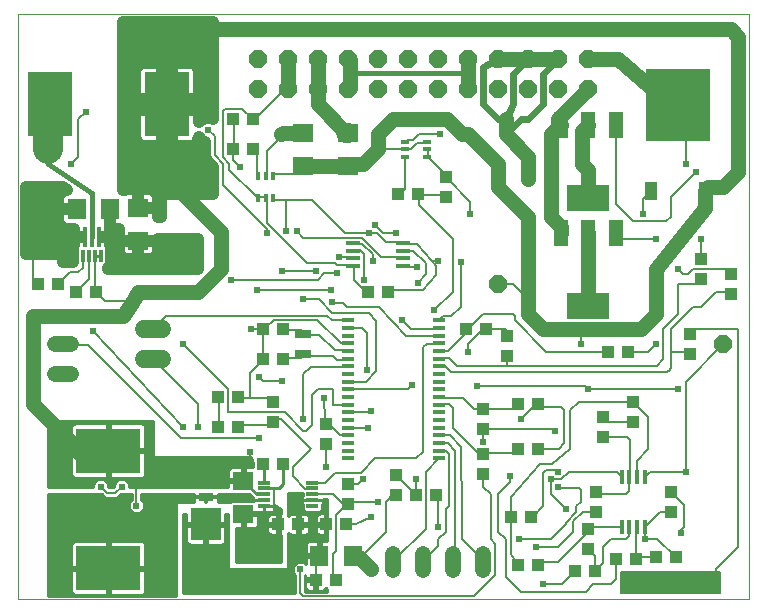
<source format=gtl>
G75*
%MOIN*%
%OFA0B0*%
%FSLAX24Y24*%
%IPPOS*%
%LPD*%
%AMOC8*
5,1,8,0,0,1.08239X$1,22.5*
%
%ADD10C,0.0000*%
%ADD11R,0.0433X0.0394*%
%ADD12R,0.0394X0.0433*%
%ADD13R,0.0472X0.0118*%
%ADD14R,0.0710X0.0630*%
%ADD15R,0.2126X0.2441*%
%ADD16R,0.0394X0.0630*%
%ADD17C,0.0540*%
%ADD18C,0.0600*%
%ADD19R,0.0551X0.0276*%
%ADD20R,0.0709X0.0630*%
%ADD21R,0.0630X0.0709*%
%ADD22R,0.0394X0.0118*%
%ADD23R,0.0130X0.0700*%
%ADD24R,0.0130X0.0400*%
%ADD25R,0.0138X0.0315*%
%ADD26R,0.0315X0.0138*%
%ADD27R,0.1516X0.2165*%
%ADD28R,0.2165X0.1516*%
%ADD29R,0.1000X0.1050*%
%ADD30R,0.0500X0.0250*%
%ADD31OC8,0.0600*%
%ADD32R,0.0480X0.0880*%
%ADD33R,0.1417X0.0866*%
%ADD34R,0.0394X0.0138*%
%ADD35R,0.0118X0.0472*%
%ADD36R,0.0630X0.0710*%
%ADD37C,0.0400*%
%ADD38C,0.0356*%
%ADD39C,0.0100*%
%ADD40C,0.0500*%
%ADD41C,0.0060*%
%ADD42C,0.0160*%
%ADD43C,0.0240*%
%ADD44C,0.0240*%
%ADD45C,0.0660*%
%ADD46C,0.1000*%
%ADD47R,0.0356X0.0356*%
D10*
X000630Y000630D02*
X000630Y020126D01*
X025000Y020126D01*
X025000Y000630D01*
X000630Y000630D01*
D11*
X007295Y006380D03*
X007965Y006380D03*
X008795Y008630D03*
X009465Y008630D03*
X009465Y009630D03*
X008795Y009630D03*
X012295Y010880D03*
X012965Y010880D03*
X016930Y009415D03*
X016930Y008745D03*
X017295Y007130D03*
X017965Y007130D03*
X016130Y006965D03*
X016130Y006295D03*
X016130Y005465D03*
X016130Y004795D03*
X017295Y005630D03*
X017965Y005630D03*
X019880Y004215D03*
X019880Y003545D03*
X019630Y002965D03*
X019630Y002295D03*
X021130Y006545D03*
X021130Y007215D03*
X023030Y008795D03*
X023030Y009465D03*
X024380Y010795D03*
X024380Y011465D03*
X023380Y011295D03*
X023380Y011965D03*
X013210Y004765D03*
X013210Y004095D03*
X011630Y003795D03*
X011630Y004465D03*
X009965Y003130D03*
X009295Y003130D03*
X008465Y016630D03*
X007795Y016630D03*
D12*
X007795Y015630D03*
X008465Y015630D03*
X013295Y014130D03*
X013965Y014130D03*
X014880Y014045D03*
X014880Y014715D03*
X015545Y009630D03*
X016215Y009630D03*
X020295Y008880D03*
X020965Y008880D03*
X020130Y006715D03*
X020130Y006045D03*
X022380Y004215D03*
X022380Y003545D03*
X022565Y002030D03*
X021895Y002030D03*
X021215Y001980D03*
X020545Y001980D03*
X019865Y001580D03*
X019195Y001580D03*
X017965Y001780D03*
X017295Y001780D03*
X017045Y003380D03*
X017715Y003380D03*
X014565Y004120D03*
X013895Y004120D03*
X011565Y003130D03*
X010895Y003130D03*
X011215Y001280D03*
X010545Y001280D03*
X009465Y005130D03*
X008795Y005130D03*
X009130Y006545D03*
X009130Y007215D03*
X007965Y007380D03*
X007295Y007380D03*
X010880Y006465D03*
X010880Y005795D03*
X003215Y010880D03*
X002545Y010880D03*
X001965Y011130D03*
X001295Y011130D03*
D13*
X011798Y011747D03*
X011798Y012002D03*
X011798Y012258D03*
X011798Y012514D03*
X013461Y012514D03*
X013461Y012258D03*
X013461Y012002D03*
X013461Y011747D03*
D14*
X011630Y015070D03*
X011630Y016190D03*
X010130Y016190D03*
X010130Y015070D03*
D15*
X022630Y017114D03*
D16*
X021732Y014240D03*
X023528Y014240D03*
D17*
X016130Y002150D02*
X016130Y001610D01*
X015130Y001610D02*
X015130Y002150D01*
X014130Y002150D02*
X014130Y001610D01*
X013130Y001610D02*
X013130Y002150D01*
X002400Y008130D02*
X001860Y008130D01*
X001860Y009130D02*
X002400Y009130D01*
D18*
X004830Y008630D02*
X005430Y008630D01*
X005430Y009630D02*
X004830Y009630D01*
D19*
X010130Y009465D03*
X010130Y008795D03*
D20*
X008130Y004581D03*
X008130Y003479D03*
X004630Y012579D03*
X004630Y013681D03*
D21*
X003681Y013630D03*
X002579Y013630D03*
D22*
X008823Y004524D03*
X008823Y004327D03*
X008823Y004130D03*
X008823Y003933D03*
X008823Y003736D03*
X010437Y003736D03*
X010437Y003933D03*
X010437Y004130D03*
X010437Y004327D03*
X010437Y004524D03*
D23*
X003321Y012720D03*
X003085Y012720D03*
X002849Y012720D03*
D24*
X002789Y012080D03*
X002986Y012080D03*
X003183Y012080D03*
X003380Y012080D03*
D25*
X008624Y014006D03*
X008880Y014006D03*
X009136Y014006D03*
X009136Y014754D03*
X008880Y014754D03*
X008624Y014754D03*
D26*
X013506Y015374D03*
X013506Y015630D03*
X013506Y015886D03*
X014254Y015886D03*
X014254Y015630D03*
X014254Y015374D03*
D27*
X005589Y017130D03*
X001671Y017130D03*
D28*
X003630Y005589D03*
X003630Y001671D03*
D29*
X006880Y003126D03*
D30*
X006880Y004055D03*
D31*
X016630Y011130D03*
X024130Y009130D03*
X019630Y017630D03*
X019630Y018630D03*
X018630Y018630D03*
X018630Y017630D03*
X017630Y017630D03*
X017630Y018630D03*
X016630Y018630D03*
X016630Y017630D03*
X015630Y017630D03*
X015630Y018630D03*
X014630Y018630D03*
X014630Y017630D03*
X013630Y017630D03*
X012630Y017630D03*
X012630Y018630D03*
X013630Y018630D03*
X011630Y018630D03*
X011630Y017630D03*
X010630Y017630D03*
X010630Y018630D03*
X009630Y018630D03*
X009630Y017630D03*
X008630Y017630D03*
X008630Y018630D03*
D32*
X018720Y016450D03*
X019630Y016450D03*
X020540Y016450D03*
X020540Y012850D03*
X019630Y012850D03*
X018720Y012850D03*
D33*
X019630Y014010D03*
X019630Y010410D03*
D34*
X014646Y009933D03*
X014646Y009677D03*
X014646Y009421D03*
X014646Y009165D03*
X014646Y008910D03*
X014646Y008654D03*
X014646Y008398D03*
X014646Y008142D03*
X014646Y007886D03*
X014646Y007630D03*
X014646Y007374D03*
X014646Y007118D03*
X014646Y006862D03*
X014646Y006606D03*
X014646Y006350D03*
X014646Y006095D03*
X014646Y005839D03*
X014646Y005583D03*
X014646Y005327D03*
X011614Y005327D03*
X011614Y005583D03*
X011614Y005839D03*
X011614Y006095D03*
X011614Y006350D03*
X011614Y006606D03*
X011614Y006862D03*
X011614Y007118D03*
X011614Y007374D03*
X011614Y007630D03*
X011614Y007886D03*
X011614Y008142D03*
X011614Y008398D03*
X011614Y008654D03*
X011614Y008910D03*
X011614Y009165D03*
X011614Y009421D03*
X011614Y009677D03*
X011614Y009933D03*
D35*
X020746Y004711D03*
X021002Y004711D03*
X021258Y004711D03*
X021513Y004711D03*
X021513Y003048D03*
X021258Y003048D03*
X021002Y003048D03*
X020746Y003048D03*
D36*
X011790Y002080D03*
X010670Y002080D03*
D37*
X006629Y011630D02*
X003630Y011630D01*
X003624Y011662D01*
X003683Y011721D01*
X003726Y011824D01*
X003726Y012336D01*
X003686Y012432D01*
X003686Y012720D01*
X003686Y012976D01*
X003986Y012976D01*
X003976Y012923D01*
X003976Y012579D01*
X004630Y012579D01*
X004630Y012579D01*
X005284Y012579D01*
X005284Y012630D01*
X006630Y012630D01*
X006630Y011631D01*
X006629Y011630D01*
X006630Y011743D02*
X003692Y011743D01*
X003726Y012142D02*
X004002Y012142D01*
X004010Y012122D02*
X004043Y012073D01*
X004084Y012031D01*
X004134Y011998D01*
X004188Y011975D01*
X004246Y011964D01*
X004630Y011964D01*
X005014Y011964D01*
X005072Y011975D01*
X005126Y011998D01*
X005176Y012031D01*
X005217Y012073D01*
X005250Y012122D01*
X005273Y012176D01*
X005284Y012234D01*
X005284Y012579D01*
X004630Y012579D01*
X004630Y012579D01*
X003976Y012579D01*
X003976Y012234D01*
X003987Y012176D01*
X004010Y012122D01*
X003976Y012540D02*
X003686Y012540D01*
X003630Y012630D02*
X003681Y012681D01*
X003681Y013630D01*
X004130Y014260D02*
X004130Y019866D01*
X007130Y019866D01*
X007130Y016643D01*
X007042Y016680D01*
X006882Y016680D01*
X006735Y016619D01*
X006647Y016531D01*
X006647Y016951D01*
X005768Y016951D01*
X005768Y017309D01*
X006647Y017309D01*
X006647Y018242D01*
X006635Y018300D01*
X006612Y018355D01*
X006580Y018404D01*
X006538Y018446D01*
X006489Y018479D01*
X006434Y018501D01*
X006376Y018513D01*
X005768Y018513D01*
X005768Y017309D01*
X005410Y017309D01*
X005410Y018513D01*
X004801Y018513D01*
X004743Y018501D01*
X004689Y018479D01*
X004640Y018446D01*
X004598Y018404D01*
X004565Y018355D01*
X004542Y018300D01*
X004531Y018242D01*
X004531Y017309D01*
X005410Y017309D01*
X005410Y016951D01*
X005768Y016951D01*
X005768Y015747D01*
X006376Y015747D01*
X006434Y015759D01*
X006489Y015781D01*
X006538Y015814D01*
X006580Y015856D01*
X006612Y015905D01*
X006635Y015960D01*
X006647Y016018D01*
X006647Y016028D01*
X006735Y015940D01*
X006862Y015887D01*
X006862Y015373D01*
X006910Y015259D01*
X006997Y015172D01*
X007130Y015039D01*
X007130Y014130D01*
X005380Y014130D01*
X005380Y013380D01*
X005284Y013380D01*
X005284Y013681D01*
X004630Y013681D01*
X004630Y013681D01*
X005284Y013681D01*
X005284Y014026D01*
X005273Y014084D01*
X005250Y014138D01*
X005217Y014187D01*
X005176Y014229D01*
X005126Y014262D01*
X005072Y014285D01*
X005014Y014296D01*
X004630Y014296D01*
X004246Y014296D01*
X004188Y014285D01*
X004134Y014262D01*
X004130Y014260D01*
X004130Y014533D02*
X007130Y014533D01*
X007130Y014931D02*
X004130Y014931D01*
X004130Y015330D02*
X006880Y015330D01*
X006862Y015728D02*
X004130Y015728D01*
X004565Y015905D02*
X004598Y015856D01*
X004640Y015814D01*
X004689Y015781D01*
X004743Y015759D01*
X004801Y015747D01*
X005410Y015747D01*
X005410Y016951D01*
X004531Y016951D01*
X004531Y016018D01*
X004542Y015960D01*
X004565Y015905D01*
X004531Y016127D02*
X004130Y016127D01*
X004130Y016525D02*
X004531Y016525D01*
X004531Y016924D02*
X004130Y016924D01*
X004130Y017322D02*
X004531Y017322D01*
X004531Y017721D02*
X004130Y017721D01*
X004130Y018119D02*
X004531Y018119D01*
X004130Y018518D02*
X007130Y018518D01*
X007130Y018916D02*
X004130Y018916D01*
X004130Y019315D02*
X007130Y019315D01*
X007130Y019713D02*
X004130Y019713D01*
X005410Y018119D02*
X005768Y018119D01*
X005768Y017721D02*
X005410Y017721D01*
X005410Y017322D02*
X005768Y017322D01*
X005768Y016924D02*
X005410Y016924D01*
X005410Y016525D02*
X005768Y016525D01*
X005768Y016127D02*
X005410Y016127D01*
X006647Y016924D02*
X007130Y016924D01*
X007130Y017322D02*
X006647Y017322D01*
X006647Y017721D02*
X007130Y017721D01*
X007130Y018119D02*
X006647Y018119D01*
X004630Y014296D02*
X004630Y013681D01*
X004630Y014296D01*
X004630Y014134D02*
X004630Y014134D01*
X004630Y013736D02*
X004630Y013736D01*
X004630Y013681D02*
X004630Y013681D01*
X005284Y013736D02*
X005380Y013736D01*
X005252Y014134D02*
X007130Y014134D01*
X006630Y012540D02*
X005284Y012540D01*
X005258Y012142D02*
X006630Y012142D01*
X004630Y012142D02*
X004630Y012142D01*
X004630Y011964D02*
X004630Y012579D01*
X004630Y012579D01*
X004630Y011964D01*
X004630Y012540D02*
X004630Y012540D01*
X003979Y012939D02*
X003686Y012939D01*
X003686Y012720D02*
X003446Y012720D01*
X003446Y012720D01*
X003686Y012720D01*
X002724Y012720D02*
X002484Y012720D01*
X002724Y012720D01*
X002724Y012720D01*
X002484Y012720D02*
X002484Y012434D01*
X002443Y012336D01*
X002443Y011880D01*
X002130Y011880D01*
X002130Y012130D01*
X000890Y012130D01*
X000890Y014380D01*
X002115Y014380D01*
X002261Y014284D01*
X002234Y014284D01*
X002176Y014273D01*
X002122Y014250D01*
X002073Y014217D01*
X002031Y014176D01*
X001998Y014126D01*
X001975Y014072D01*
X001964Y014014D01*
X001964Y013630D01*
X001964Y013246D01*
X001975Y013188D01*
X001998Y013134D01*
X002031Y013084D01*
X002073Y013043D01*
X002122Y013010D01*
X002176Y012987D01*
X002234Y012976D01*
X002484Y012976D01*
X002484Y012720D01*
X002484Y012540D02*
X000890Y012540D01*
X000890Y012142D02*
X002443Y012142D01*
X002484Y012939D02*
X000890Y012939D01*
X000890Y013337D02*
X001964Y013337D01*
X001964Y013630D02*
X002579Y013630D01*
X002579Y013630D01*
X001964Y013630D01*
X001964Y013736D02*
X000890Y013736D01*
X000890Y014134D02*
X002003Y014134D01*
D38*
X001130Y014130D03*
X001130Y013630D03*
X001130Y013130D03*
X001130Y012630D03*
X005380Y012380D03*
X005880Y012380D03*
X006380Y012380D03*
X006380Y011880D03*
X005880Y011880D03*
X005380Y011880D03*
X009380Y016130D03*
X017630Y014630D03*
X008810Y003130D03*
X008630Y002630D03*
X008630Y002130D03*
X008130Y002130D03*
X008130Y002630D03*
X009130Y002130D03*
X012380Y001630D03*
D39*
X010930Y000966D02*
X010930Y000891D01*
X010197Y000891D01*
X010191Y000897D01*
X010191Y001436D01*
X010199Y001444D01*
X010199Y001328D01*
X010497Y001328D01*
X010497Y001232D01*
X010199Y001232D01*
X010199Y001044D01*
X010209Y001006D01*
X010228Y000971D01*
X010256Y000943D01*
X010291Y000924D01*
X010329Y000913D01*
X010497Y000913D01*
X010497Y001232D01*
X010594Y001232D01*
X010594Y000913D01*
X010762Y000913D01*
X010800Y000924D01*
X010834Y000943D01*
X010862Y000971D01*
X010882Y001006D01*
X010887Y001025D01*
X010887Y001009D01*
X010930Y000966D01*
X010930Y000943D02*
X010833Y000943D01*
X010594Y000943D02*
X010497Y000943D01*
X010497Y001041D02*
X010594Y001041D01*
X010594Y001140D02*
X010497Y001140D01*
X010497Y001238D02*
X010191Y001238D01*
X010191Y001140D02*
X010199Y001140D01*
X010191Y001041D02*
X010199Y001041D01*
X010191Y000943D02*
X010258Y000943D01*
X009869Y000943D02*
X006130Y000943D01*
X006130Y001041D02*
X009869Y001041D01*
X009869Y001140D02*
X006130Y001140D01*
X006130Y001238D02*
X009869Y001238D01*
X009869Y001337D02*
X006130Y001337D01*
X006130Y001435D02*
X009869Y001435D01*
X009869Y001436D02*
X009869Y000830D01*
X006130Y000830D01*
X006130Y003480D01*
X006230Y003480D01*
X006230Y003176D01*
X006830Y003176D01*
X006830Y003076D01*
X006930Y003076D01*
X006930Y002451D01*
X007400Y002451D01*
X007438Y002461D01*
X007472Y002481D01*
X007500Y002509D01*
X007520Y002543D01*
X007530Y002581D01*
X007530Y003076D01*
X006930Y003076D01*
X006930Y003176D01*
X007530Y003176D01*
X007530Y003480D01*
X007630Y003480D01*
X007630Y001630D01*
X009630Y001630D01*
X009630Y002839D01*
X009656Y002813D01*
X009690Y002793D01*
X009728Y002783D01*
X009916Y002783D01*
X009916Y003082D01*
X010013Y003082D01*
X010013Y003178D01*
X010331Y003178D01*
X010331Y003347D01*
X010321Y003385D01*
X010301Y003419D01*
X010273Y003447D01*
X010239Y003467D01*
X010201Y003477D01*
X010013Y003477D01*
X010013Y003178D01*
X009916Y003178D01*
X009916Y003477D01*
X009728Y003477D01*
X009690Y003467D01*
X009656Y003447D01*
X009630Y003421D01*
X009630Y004180D01*
X010110Y004180D01*
X010110Y004066D01*
X010100Y004050D01*
X010090Y004012D01*
X010090Y003933D01*
X010090Y003854D01*
X010100Y003816D01*
X010110Y003800D01*
X010110Y003623D01*
X010186Y003547D01*
X010688Y003547D01*
X010765Y003623D01*
X010765Y003800D01*
X010774Y003816D01*
X010784Y003854D01*
X010784Y003933D01*
X010437Y003933D01*
X010090Y003933D01*
X010437Y003933D01*
X010437Y003933D01*
X010437Y003933D01*
X010784Y003933D01*
X010784Y003969D01*
X010930Y003969D01*
X010930Y003178D01*
X010847Y003178D01*
X010847Y003082D01*
X010549Y003082D01*
X010549Y002894D01*
X010559Y002856D01*
X010578Y002821D01*
X010606Y002793D01*
X010641Y002774D01*
X010679Y002763D01*
X010847Y002763D01*
X010847Y003082D01*
X010930Y003082D01*
X010930Y002585D01*
X010720Y002585D01*
X010720Y002130D01*
X010620Y002130D01*
X010620Y002030D01*
X010205Y002030D01*
X010205Y001809D01*
X010172Y001843D01*
X010080Y001881D01*
X009980Y001881D01*
X009888Y001843D01*
X009817Y001772D01*
X009779Y001680D01*
X009779Y001580D01*
X009817Y001488D01*
X009869Y001436D01*
X009799Y001534D02*
X006130Y001534D01*
X006130Y001632D02*
X007630Y001632D01*
X007630Y001731D02*
X006130Y001731D01*
X006130Y001829D02*
X007630Y001829D01*
X007630Y001928D02*
X006130Y001928D01*
X006130Y002026D02*
X007630Y002026D01*
X007630Y002125D02*
X006130Y002125D01*
X006130Y002223D02*
X007630Y002223D01*
X007630Y002322D02*
X006130Y002322D01*
X006130Y002420D02*
X007630Y002420D01*
X007630Y002519D02*
X007506Y002519D01*
X007530Y002617D02*
X007630Y002617D01*
X007630Y002716D02*
X007530Y002716D01*
X007530Y002814D02*
X007630Y002814D01*
X007630Y002913D02*
X007530Y002913D01*
X007530Y003011D02*
X007630Y003011D01*
X007630Y003110D02*
X006930Y003110D01*
X006930Y003011D02*
X006830Y003011D01*
X006830Y003076D02*
X006830Y002451D01*
X006360Y002451D01*
X006322Y002461D01*
X006288Y002481D01*
X006260Y002509D01*
X006240Y002543D01*
X006230Y002581D01*
X006230Y003076D01*
X006830Y003076D01*
X006830Y003110D02*
X006130Y003110D01*
X006130Y003208D02*
X006230Y003208D01*
X006230Y003307D02*
X006130Y003307D01*
X006130Y003405D02*
X006230Y003405D01*
X005880Y003405D02*
X001630Y003405D01*
X001630Y003307D02*
X005880Y003307D01*
X005880Y003208D02*
X001630Y003208D01*
X001630Y003110D02*
X005880Y003110D01*
X005880Y003011D02*
X001630Y003011D01*
X001630Y002913D02*
X005880Y002913D01*
X005880Y002814D02*
X001630Y002814D01*
X001630Y002716D02*
X005880Y002716D01*
X005880Y002617D02*
X001630Y002617D01*
X001630Y002519D02*
X002426Y002519D01*
X002427Y002521D02*
X002408Y002487D01*
X002397Y002449D01*
X002397Y001721D01*
X003580Y001721D01*
X003580Y001621D01*
X003680Y001621D01*
X003680Y000763D01*
X004732Y000763D01*
X004771Y000774D01*
X004805Y000793D01*
X004833Y000821D01*
X004852Y000856D01*
X004863Y000894D01*
X004863Y001621D01*
X003680Y001621D01*
X003680Y001721D01*
X004863Y001721D01*
X004863Y002449D01*
X004852Y002487D01*
X004833Y002521D01*
X004805Y002549D01*
X004771Y002569D01*
X004732Y002579D01*
X003680Y002579D01*
X003680Y001721D01*
X003580Y001721D01*
X003580Y002579D01*
X002528Y002579D01*
X002489Y002569D01*
X002455Y002549D01*
X002427Y002521D01*
X002397Y002420D02*
X001630Y002420D01*
X001630Y002322D02*
X002397Y002322D01*
X002397Y002223D02*
X001630Y002223D01*
X001630Y002125D02*
X002397Y002125D01*
X002397Y002026D02*
X001630Y002026D01*
X001630Y001928D02*
X002397Y001928D01*
X002397Y001829D02*
X001630Y001829D01*
X001630Y001731D02*
X002397Y001731D01*
X002397Y001621D02*
X002397Y000894D01*
X002408Y000856D01*
X002427Y000821D01*
X002455Y000793D01*
X002489Y000774D01*
X002528Y000763D01*
X003580Y000763D01*
X003580Y001621D01*
X002397Y001621D01*
X002397Y001534D02*
X001630Y001534D01*
X001630Y001632D02*
X003580Y001632D01*
X003580Y001534D02*
X003680Y001534D01*
X003680Y001632D02*
X005880Y001632D01*
X005880Y001534D02*
X004863Y001534D01*
X004863Y001435D02*
X005880Y001435D01*
X005880Y001337D02*
X004863Y001337D01*
X004863Y001238D02*
X005880Y001238D01*
X005880Y001140D02*
X004863Y001140D01*
X004863Y001041D02*
X005880Y001041D01*
X005880Y000943D02*
X004863Y000943D01*
X004846Y000844D02*
X005880Y000844D01*
X005880Y000746D02*
X001630Y000746D01*
X001630Y000740D02*
X001630Y004130D01*
X003406Y004130D01*
X003518Y004018D01*
X003933Y004018D01*
X004045Y004130D01*
X004409Y004130D01*
X004409Y003950D01*
X004357Y003898D01*
X004319Y003806D01*
X004319Y003706D01*
X004357Y003614D01*
X004428Y003544D01*
X004520Y003505D01*
X004620Y003505D01*
X004712Y003544D01*
X004782Y003614D01*
X004821Y003706D01*
X004821Y003806D01*
X004782Y003898D01*
X004731Y003950D01*
X004731Y004130D01*
X006480Y004130D01*
X006480Y004068D01*
X006867Y004068D01*
X006867Y004042D01*
X006480Y004042D01*
X006480Y003910D01*
X006488Y003880D01*
X005880Y003880D01*
X005880Y000740D01*
X001630Y000740D01*
X001630Y000844D02*
X002414Y000844D01*
X002397Y000943D02*
X001630Y000943D01*
X001630Y001041D02*
X002397Y001041D01*
X002397Y001140D02*
X001630Y001140D01*
X001630Y001238D02*
X002397Y001238D01*
X002397Y001337D02*
X001630Y001337D01*
X001630Y001435D02*
X002397Y001435D01*
X003580Y001435D02*
X003680Y001435D01*
X003680Y001337D02*
X003580Y001337D01*
X003580Y001238D02*
X003680Y001238D01*
X003680Y001140D02*
X003580Y001140D01*
X003580Y001041D02*
X003680Y001041D01*
X003680Y000943D02*
X003580Y000943D01*
X003580Y000844D02*
X003680Y000844D01*
X003680Y001731D02*
X003580Y001731D01*
X003580Y001829D02*
X003680Y001829D01*
X003680Y001928D02*
X003580Y001928D01*
X003580Y002026D02*
X003680Y002026D01*
X003680Y002125D02*
X003580Y002125D01*
X003580Y002223D02*
X003680Y002223D01*
X003680Y002322D02*
X003580Y002322D01*
X003580Y002420D02*
X003680Y002420D01*
X003680Y002519D02*
X003580Y002519D01*
X004834Y002519D02*
X005880Y002519D01*
X005880Y002420D02*
X004863Y002420D01*
X004863Y002322D02*
X005880Y002322D01*
X005880Y002223D02*
X004863Y002223D01*
X004863Y002125D02*
X005880Y002125D01*
X005880Y002026D02*
X004863Y002026D01*
X004863Y001928D02*
X005880Y001928D01*
X005880Y001829D02*
X004863Y001829D01*
X004863Y001731D02*
X005880Y001731D01*
X006130Y002519D02*
X006254Y002519D01*
X006230Y002617D02*
X006130Y002617D01*
X006130Y002716D02*
X006230Y002716D01*
X006230Y002814D02*
X006130Y002814D01*
X006130Y002913D02*
X006230Y002913D01*
X006230Y003011D02*
X006130Y003011D01*
X005880Y003504D02*
X001630Y003504D01*
X001630Y003602D02*
X004369Y003602D01*
X004322Y003701D02*
X001630Y003701D01*
X001630Y003799D02*
X004319Y003799D01*
X004357Y003898D02*
X001630Y003898D01*
X001630Y003996D02*
X004409Y003996D01*
X004409Y004095D02*
X004010Y004095D01*
X003827Y004380D02*
X003625Y004380D01*
X003625Y004439D01*
X003586Y004531D01*
X003516Y004602D01*
X003424Y004640D01*
X003324Y004640D01*
X003232Y004602D01*
X003161Y004531D01*
X003123Y004439D01*
X003123Y004380D01*
X001630Y004380D01*
X001630Y006570D01*
X005130Y006570D01*
X005130Y005380D01*
X008380Y005380D01*
X008468Y005161D01*
X008468Y005046D01*
X008180Y005046D01*
X008180Y004631D01*
X008080Y004631D01*
X008080Y004531D01*
X007626Y004531D01*
X007626Y004380D01*
X004328Y004380D01*
X004328Y004439D01*
X004290Y004531D01*
X004219Y004602D01*
X004127Y004640D01*
X004027Y004640D01*
X003935Y004602D01*
X003865Y004531D01*
X003827Y004439D01*
X003827Y004380D01*
X003827Y004390D02*
X003625Y004390D01*
X003604Y004489D02*
X003847Y004489D01*
X003920Y004587D02*
X003531Y004587D01*
X003580Y004681D02*
X003580Y005539D01*
X002397Y005539D01*
X002397Y004811D01*
X002408Y004773D01*
X002427Y004739D01*
X002455Y004711D01*
X002489Y004691D01*
X002528Y004681D01*
X003580Y004681D01*
X003580Y004686D02*
X003680Y004686D01*
X003680Y004681D02*
X004732Y004681D01*
X004771Y004691D01*
X004805Y004711D01*
X004833Y004739D01*
X004852Y004773D01*
X004863Y004811D01*
X004863Y005539D01*
X003680Y005539D01*
X003680Y005639D01*
X003580Y005639D01*
X003580Y006497D01*
X002528Y006497D01*
X002489Y006486D01*
X002455Y006467D01*
X002427Y006439D01*
X002408Y006404D01*
X002397Y006366D01*
X002397Y005639D01*
X003580Y005639D01*
X003580Y005539D01*
X003680Y005539D01*
X003680Y004681D01*
X003680Y004784D02*
X003580Y004784D01*
X003580Y004883D02*
X003680Y004883D01*
X003680Y004981D02*
X003580Y004981D01*
X003580Y005080D02*
X003680Y005080D01*
X003680Y005178D02*
X003580Y005178D01*
X003580Y005277D02*
X003680Y005277D01*
X003680Y005375D02*
X003580Y005375D01*
X003580Y005474D02*
X003680Y005474D01*
X003680Y005572D02*
X005130Y005572D01*
X005130Y005474D02*
X004863Y005474D01*
X004863Y005375D02*
X008382Y005375D01*
X008421Y005277D02*
X004863Y005277D01*
X004863Y005178D02*
X008461Y005178D01*
X008468Y005080D02*
X004863Y005080D01*
X004863Y004981D02*
X007651Y004981D01*
X007656Y004988D02*
X007636Y004954D01*
X007626Y004916D01*
X007626Y004631D01*
X008080Y004631D01*
X008080Y005046D01*
X007756Y005046D01*
X007718Y005036D01*
X007684Y005016D01*
X007656Y004988D01*
X007626Y004883D02*
X004863Y004883D01*
X004855Y004784D02*
X007626Y004784D01*
X007626Y004686D02*
X004750Y004686D01*
X004308Y004489D02*
X007626Y004489D01*
X007626Y004390D02*
X004328Y004390D01*
X004234Y004587D02*
X008080Y004587D01*
X008130Y004581D02*
X008581Y004130D01*
X008823Y004130D01*
X008823Y003933D02*
X008823Y003933D01*
X008476Y003933D01*
X008476Y003924D01*
X007722Y003924D01*
X007677Y003880D01*
X007272Y003880D01*
X007280Y003910D01*
X007280Y004042D01*
X006893Y004042D01*
X006893Y004068D01*
X007280Y004068D01*
X007280Y004130D01*
X008326Y004130D01*
X008476Y003980D01*
X008476Y003933D01*
X008823Y003933D01*
X008823Y003736D02*
X009170Y003736D01*
X009170Y003657D01*
X009160Y003619D01*
X009140Y003585D01*
X009112Y003557D01*
X009078Y003537D01*
X009040Y003527D01*
X008823Y003527D01*
X008823Y003736D01*
X008823Y003736D01*
X008823Y003527D01*
X008606Y003527D01*
X008600Y003529D01*
X008180Y003529D01*
X008180Y003429D01*
X008634Y003429D01*
X008634Y003144D01*
X008624Y003106D01*
X008604Y003072D01*
X008576Y003044D01*
X008542Y003024D01*
X008504Y003014D01*
X008180Y003014D01*
X008180Y003429D01*
X008080Y003429D01*
X008080Y003014D01*
X007880Y003014D01*
X007880Y001880D01*
X009380Y001880D01*
X009380Y002783D01*
X009344Y002783D01*
X009344Y003082D01*
X009247Y003082D01*
X008929Y003082D01*
X008929Y002913D01*
X008939Y002875D01*
X008959Y002841D01*
X008987Y002813D01*
X009021Y002793D01*
X009059Y002783D01*
X009247Y002783D01*
X009247Y003082D01*
X009247Y003178D01*
X008929Y003178D01*
X008929Y003347D01*
X008939Y003385D01*
X008959Y003419D01*
X008987Y003447D01*
X009021Y003467D01*
X009059Y003477D01*
X009247Y003477D01*
X009247Y003178D01*
X009344Y003178D01*
X009344Y003477D01*
X009380Y003477D01*
X009380Y003630D01*
X009170Y003770D01*
X009170Y003736D01*
X008823Y003736D01*
X008823Y003736D01*
X008823Y003701D02*
X008823Y003701D01*
X008823Y003602D02*
X008823Y003602D01*
X008951Y003405D02*
X008634Y003405D01*
X008634Y003307D02*
X008929Y003307D01*
X008929Y003208D02*
X008634Y003208D01*
X008625Y003110D02*
X009247Y003110D01*
X009247Y003208D02*
X009344Y003208D01*
X009344Y003307D02*
X009247Y003307D01*
X009247Y003405D02*
X009344Y003405D01*
X009380Y003504D02*
X008180Y003504D01*
X008180Y003405D02*
X008080Y003405D01*
X008080Y003307D02*
X008180Y003307D01*
X008180Y003208D02*
X008080Y003208D01*
X008080Y003110D02*
X008180Y003110D01*
X007880Y003011D02*
X008929Y003011D01*
X008929Y002913D02*
X007880Y002913D01*
X007880Y002814D02*
X008986Y002814D01*
X009247Y002814D02*
X009344Y002814D01*
X009344Y002913D02*
X009247Y002913D01*
X009247Y003011D02*
X009344Y003011D01*
X009380Y002716D02*
X007880Y002716D01*
X007880Y002617D02*
X009380Y002617D01*
X009380Y002519D02*
X007880Y002519D01*
X007880Y002420D02*
X009380Y002420D01*
X009380Y002322D02*
X007880Y002322D01*
X007880Y002223D02*
X009380Y002223D01*
X009380Y002125D02*
X007880Y002125D01*
X007880Y002026D02*
X009380Y002026D01*
X009380Y001928D02*
X007880Y001928D01*
X006930Y002519D02*
X006830Y002519D01*
X006830Y002617D02*
X006930Y002617D01*
X006930Y002716D02*
X006830Y002716D01*
X006830Y002814D02*
X006930Y002814D01*
X006930Y002913D02*
X006830Y002913D01*
X007530Y003208D02*
X007630Y003208D01*
X007630Y003307D02*
X007530Y003307D01*
X007530Y003405D02*
X007630Y003405D01*
X007695Y003898D02*
X007277Y003898D01*
X007280Y003996D02*
X008460Y003996D01*
X008361Y004095D02*
X007280Y004095D01*
X006893Y004042D02*
X006893Y003880D01*
X006867Y003880D01*
X006867Y004042D01*
X006893Y004042D01*
X006893Y003996D02*
X006867Y003996D01*
X006867Y003898D02*
X006893Y003898D01*
X006483Y003898D02*
X004783Y003898D01*
X004821Y003799D02*
X005880Y003799D01*
X005880Y003701D02*
X004818Y003701D01*
X004770Y003602D02*
X005880Y003602D01*
X006480Y003996D02*
X004731Y003996D01*
X004731Y004095D02*
X006480Y004095D01*
X008080Y004686D02*
X008180Y004686D01*
X008180Y004784D02*
X008080Y004784D01*
X008080Y004883D02*
X008180Y004883D01*
X008180Y004981D02*
X008080Y004981D01*
X008795Y005130D02*
X008823Y005102D01*
X008823Y004524D01*
X008823Y004327D02*
X009143Y004327D01*
X009327Y004327D01*
X009465Y004465D01*
X009465Y005130D01*
X009630Y004095D02*
X010110Y004095D01*
X010090Y003996D02*
X009630Y003996D01*
X009630Y003898D02*
X010090Y003898D01*
X010110Y003799D02*
X009630Y003799D01*
X009630Y003701D02*
X010110Y003701D01*
X010131Y003602D02*
X009630Y003602D01*
X009630Y003504D02*
X010930Y003504D01*
X010847Y003497D02*
X010679Y003497D01*
X010641Y003486D01*
X010606Y003467D01*
X010578Y003439D01*
X010559Y003404D01*
X010549Y003366D01*
X010549Y003178D01*
X010847Y003178D01*
X010847Y003497D01*
X010847Y003405D02*
X010930Y003405D01*
X010930Y003307D02*
X010847Y003307D01*
X010847Y003208D02*
X010930Y003208D01*
X010847Y003110D02*
X010013Y003110D01*
X010013Y003082D02*
X010331Y003082D01*
X010331Y002913D01*
X010321Y002875D01*
X010301Y002841D01*
X010273Y002813D01*
X010239Y002793D01*
X010201Y002783D01*
X010013Y002783D01*
X010013Y003082D01*
X010013Y003011D02*
X009916Y003011D01*
X009916Y002913D02*
X010013Y002913D01*
X010013Y002814D02*
X009916Y002814D01*
X009655Y002814D02*
X009630Y002814D01*
X009630Y002716D02*
X010930Y002716D01*
X010930Y002814D02*
X010847Y002814D01*
X010847Y002913D02*
X010930Y002913D01*
X010930Y003011D02*
X010847Y003011D01*
X010586Y002814D02*
X010274Y002814D01*
X010331Y002913D02*
X010549Y002913D01*
X010549Y003011D02*
X010331Y003011D01*
X010331Y003208D02*
X010549Y003208D01*
X010549Y003307D02*
X010331Y003307D01*
X010309Y003405D02*
X010559Y003405D01*
X010744Y003602D02*
X010930Y003602D01*
X010930Y003701D02*
X010765Y003701D01*
X010765Y003799D02*
X010930Y003799D01*
X010930Y003898D02*
X010784Y003898D01*
X010013Y003405D02*
X009916Y003405D01*
X009916Y003307D02*
X010013Y003307D01*
X010013Y003208D02*
X009916Y003208D01*
X009380Y003602D02*
X009150Y003602D01*
X009170Y003701D02*
X009274Y003701D01*
X009630Y002617D02*
X010930Y002617D01*
X010720Y002519D02*
X010620Y002519D01*
X010620Y002585D02*
X010335Y002585D01*
X010297Y002575D01*
X010263Y002555D01*
X010235Y002527D01*
X010215Y002493D01*
X010205Y002455D01*
X010205Y002130D01*
X010620Y002130D01*
X010620Y002585D01*
X010620Y002420D02*
X010720Y002420D01*
X010720Y002322D02*
X010620Y002322D01*
X010620Y002223D02*
X010720Y002223D01*
X010620Y002125D02*
X009630Y002125D01*
X009630Y002223D02*
X010205Y002223D01*
X010205Y002322D02*
X009630Y002322D01*
X009630Y002420D02*
X010205Y002420D01*
X010230Y002519D02*
X009630Y002519D01*
X009630Y002026D02*
X010205Y002026D01*
X010205Y001928D02*
X009630Y001928D01*
X009630Y001829D02*
X009874Y001829D01*
X009800Y001731D02*
X009630Y001731D01*
X009630Y001632D02*
X009779Y001632D01*
X010186Y001829D02*
X010205Y001829D01*
X010191Y001435D02*
X010199Y001435D01*
X010191Y001337D02*
X010199Y001337D01*
X009869Y000844D02*
X006130Y000844D01*
X003441Y004095D02*
X001630Y004095D01*
X001630Y004390D02*
X003123Y004390D01*
X003144Y004489D02*
X001630Y004489D01*
X001630Y004587D02*
X003217Y004587D01*
X002510Y004686D02*
X001630Y004686D01*
X001630Y004784D02*
X002405Y004784D01*
X002397Y004883D02*
X001630Y004883D01*
X001630Y004981D02*
X002397Y004981D01*
X002397Y005080D02*
X001630Y005080D01*
X001630Y005178D02*
X002397Y005178D01*
X002397Y005277D02*
X001630Y005277D01*
X001630Y005375D02*
X002397Y005375D01*
X002397Y005474D02*
X001630Y005474D01*
X001630Y005572D02*
X003580Y005572D01*
X003580Y005671D02*
X003680Y005671D01*
X003680Y005639D02*
X003680Y006497D01*
X004732Y006497D01*
X004771Y006486D01*
X004805Y006467D01*
X004833Y006439D01*
X004852Y006404D01*
X004863Y006366D01*
X004863Y005639D01*
X003680Y005639D01*
X003680Y005769D02*
X003580Y005769D01*
X003580Y005868D02*
X003680Y005868D01*
X003680Y005966D02*
X003580Y005966D01*
X003580Y006065D02*
X003680Y006065D01*
X003680Y006163D02*
X003580Y006163D01*
X003580Y006262D02*
X003680Y006262D01*
X003680Y006360D02*
X003580Y006360D01*
X003580Y006459D02*
X003680Y006459D01*
X004813Y006459D02*
X005130Y006459D01*
X005130Y006557D02*
X001630Y006557D01*
X001630Y006459D02*
X002447Y006459D01*
X002397Y006360D02*
X001630Y006360D01*
X001630Y006262D02*
X002397Y006262D01*
X002397Y006163D02*
X001630Y006163D01*
X001630Y006065D02*
X002397Y006065D01*
X002397Y005966D02*
X001630Y005966D01*
X001630Y005868D02*
X002397Y005868D01*
X002397Y005769D02*
X001630Y005769D01*
X001630Y005671D02*
X002397Y005671D01*
X004863Y005671D02*
X005130Y005671D01*
X005130Y005769D02*
X004863Y005769D01*
X004863Y005868D02*
X005130Y005868D01*
X005130Y005966D02*
X004863Y005966D01*
X004863Y006065D02*
X005130Y006065D01*
X005130Y006163D02*
X004863Y006163D01*
X004863Y006262D02*
X005130Y006262D01*
X005130Y006360D02*
X004863Y006360D01*
X003380Y012080D02*
X003183Y012080D01*
D40*
X004630Y010880D02*
X006630Y010880D01*
X007380Y011630D01*
X007380Y012880D01*
X005880Y014380D01*
X009380Y016130D02*
X009440Y016190D01*
X010130Y016190D01*
X010630Y017130D02*
X010630Y017630D01*
X010630Y018630D01*
X009635Y018601D02*
X009635Y017686D01*
X010630Y017130D02*
X011570Y016190D01*
X012630Y016130D02*
X012630Y015630D01*
X012130Y015130D01*
X011690Y015130D01*
X011630Y015070D01*
X010130Y015070D01*
X012630Y016130D02*
X013130Y016630D01*
X014930Y016630D01*
X015430Y016130D01*
X015630Y016130D01*
X016630Y015130D01*
X016630Y014380D01*
X017630Y013380D01*
X017630Y010630D01*
X017630Y010130D01*
X018130Y009630D01*
X019380Y009630D01*
X021380Y009630D01*
X021880Y010130D01*
X021880Y011630D01*
X023530Y013680D01*
X023530Y013938D01*
X023528Y014240D01*
X023630Y014380D02*
X024130Y014380D01*
X024630Y014880D01*
X024630Y019380D01*
X024380Y019630D01*
X006880Y019630D01*
X011676Y018601D02*
X011676Y018179D01*
X011676Y017686D01*
X015615Y017686D02*
X015615Y018030D01*
X015615Y018179D01*
X015615Y018601D01*
X016630Y018630D02*
X017630Y018630D01*
X018630Y018630D01*
X019630Y018630D02*
X020630Y018630D01*
X022396Y017114D01*
X022630Y017114D01*
X019630Y017630D02*
X018630Y016630D01*
X018630Y016540D01*
X018720Y016450D01*
X018400Y016130D01*
X018380Y016130D01*
X018380Y013380D01*
X018720Y013040D01*
X018720Y012850D01*
X019630Y012850D02*
X019630Y011630D01*
X019630Y010410D01*
X019630Y014010D02*
X019630Y014930D01*
X019430Y015130D01*
X019430Y016250D01*
X019630Y016450D01*
X017630Y015380D02*
X016880Y016130D01*
X016880Y016630D01*
X017630Y015380D02*
X017630Y014630D01*
X004630Y010880D02*
X004447Y010588D01*
X004130Y010080D01*
X001130Y010080D01*
X001130Y007130D01*
X002671Y005589D01*
X011790Y002080D02*
X011930Y002080D01*
X012005Y002005D01*
X012380Y001630D01*
D41*
X012005Y002005D02*
X012880Y002880D01*
X012880Y003880D01*
X013130Y004130D01*
X013210Y004095D01*
X012630Y003880D02*
X011715Y003880D01*
X011630Y003795D01*
X011595Y003795D01*
X011230Y003430D01*
X011230Y002230D01*
X011130Y002130D01*
X011130Y001365D01*
X011215Y001280D01*
X010545Y001280D02*
X010545Y001955D01*
X010670Y002080D01*
X010030Y001630D02*
X010030Y000830D01*
X010130Y000730D01*
X015826Y000730D01*
X016530Y001434D01*
X016530Y002480D01*
X016380Y002630D01*
X016380Y004130D01*
X016130Y004380D01*
X016130Y004795D01*
X016178Y004741D01*
X016130Y005465D02*
X016178Y005515D01*
X015955Y005515D01*
X015130Y006340D01*
X015130Y007000D01*
X014990Y007140D01*
X014668Y007140D01*
X014646Y007118D01*
X014680Y007340D02*
X014646Y007374D01*
X014680Y007340D02*
X015460Y007340D01*
X015808Y006992D01*
X016108Y006992D01*
X016130Y006965D01*
X016178Y006992D01*
X017163Y006992D01*
X017234Y007063D01*
X017295Y007130D01*
X017380Y006630D02*
X017880Y007130D01*
X017965Y007130D01*
X018065Y007030D01*
X018730Y007030D01*
X018830Y006930D01*
X018830Y005830D01*
X018656Y005656D01*
X018008Y005656D01*
X017965Y005630D01*
X018030Y005130D02*
X017045Y004045D01*
X017045Y003380D01*
X017045Y002130D01*
X017295Y001780D01*
X016880Y001380D02*
X016880Y002630D01*
X016630Y002880D01*
X016630Y004130D01*
X017030Y004530D01*
X017030Y004730D01*
X018030Y005130D02*
X018430Y005130D01*
X019030Y005630D01*
X019030Y006930D01*
X019315Y007215D01*
X021130Y007215D01*
X021630Y006715D01*
X021630Y005630D01*
X021258Y005258D01*
X021258Y004711D01*
X021030Y004740D02*
X021030Y005930D01*
X020915Y006045D01*
X020130Y006045D01*
X020299Y006545D02*
X021130Y006545D01*
X020299Y006545D02*
X020130Y006715D01*
X019630Y007630D02*
X019530Y007730D01*
X015930Y007730D01*
X015253Y008417D02*
X015000Y008670D01*
X014662Y008670D01*
X014646Y008654D01*
X014655Y008900D02*
X014646Y008910D01*
X014655Y008900D02*
X014950Y008900D01*
X015545Y009495D01*
X015545Y009630D01*
X015630Y009630D01*
X016130Y010130D01*
X017130Y010130D01*
X017180Y010080D01*
X017180Y009930D01*
X018230Y008880D01*
X020295Y008880D01*
X020965Y008880D02*
X021630Y008880D01*
X021880Y009130D01*
X022130Y009630D02*
X022630Y010130D01*
X022630Y011130D01*
X023215Y011130D01*
X023380Y011295D01*
X023130Y011630D02*
X022965Y011465D01*
X022795Y011465D01*
X022630Y011630D01*
X023130Y011630D02*
X024215Y011630D01*
X024380Y011465D01*
X024295Y010880D02*
X023880Y010880D01*
X023380Y010380D01*
X023130Y010380D01*
X022380Y009630D01*
X022380Y008880D01*
X022880Y008880D01*
X023030Y008795D01*
X022380Y008880D02*
X022380Y008380D01*
X022378Y008357D01*
X022374Y008335D01*
X022366Y008314D01*
X022355Y008294D01*
X022341Y008276D01*
X022325Y008260D01*
X022307Y008246D01*
X022287Y008235D01*
X022266Y008227D01*
X022244Y008223D01*
X022221Y008221D01*
X015049Y008221D01*
X014870Y008400D01*
X014648Y008400D01*
X014646Y008398D01*
X015253Y008417D02*
X016880Y008417D01*
X016930Y008467D01*
X016930Y008745D01*
X016880Y008417D02*
X021917Y008417D01*
X022130Y008630D01*
X022130Y009630D01*
X023030Y009465D02*
X023130Y009630D01*
X024630Y009630D01*
X024630Y002380D01*
X023880Y001630D01*
X023880Y001530D01*
X024030Y001530D02*
X024030Y000830D01*
X020730Y000830D01*
X020730Y001530D01*
X024030Y001530D01*
X024030Y001500D02*
X020730Y001500D01*
X020730Y001442D02*
X024030Y001442D01*
X024030Y001383D02*
X020730Y001383D01*
X020730Y001325D02*
X024030Y001325D01*
X024030Y001266D02*
X020730Y001266D01*
X020730Y001208D02*
X024030Y001208D01*
X024030Y001149D02*
X020730Y001149D01*
X020730Y001091D02*
X024030Y001091D01*
X024030Y001032D02*
X020730Y001032D01*
X020730Y000974D02*
X024030Y000974D01*
X024030Y000915D02*
X020730Y000915D01*
X020730Y000857D02*
X024030Y000857D01*
X022565Y002030D02*
X021915Y002630D01*
X021530Y002630D01*
X021530Y003032D01*
X021513Y003048D01*
X022011Y003545D01*
X022380Y003545D01*
X022380Y003630D01*
X022830Y003765D02*
X022830Y003030D01*
X022730Y002930D01*
X022730Y002830D01*
X021895Y002030D02*
X021365Y002030D01*
X021215Y001980D01*
X021215Y003005D01*
X021258Y003048D01*
X021002Y003048D02*
X021002Y002752D01*
X020880Y002630D01*
X020380Y002630D01*
X020130Y002380D01*
X020130Y001845D01*
X019865Y001580D01*
X019865Y002061D01*
X019630Y002295D01*
X019630Y002880D02*
X019630Y002965D01*
X019713Y003048D01*
X020746Y003048D01*
X019880Y003545D02*
X019445Y003545D01*
X019130Y003230D01*
X019130Y002880D01*
X018630Y002380D01*
X017880Y002380D01*
X018065Y001880D02*
X018630Y001880D01*
X019630Y002880D01*
X019230Y003530D02*
X019230Y003730D01*
X019380Y003880D01*
X019380Y004280D01*
X019330Y004330D01*
X018680Y004330D01*
X018630Y004380D01*
X018730Y004630D02*
X018380Y004630D01*
X018380Y004130D01*
X018880Y003630D01*
X019230Y003530D02*
X018880Y003180D01*
X018880Y003130D01*
X018380Y002630D01*
X017330Y002630D01*
X018065Y001880D02*
X017965Y001780D01*
X018130Y001130D02*
X018745Y001130D01*
X019195Y001580D01*
X019795Y001130D02*
X020380Y001130D01*
X020545Y001295D01*
X020545Y001980D01*
X019795Y001130D02*
X019545Y000880D01*
X017380Y000880D01*
X016880Y001380D01*
X016130Y001880D02*
X016108Y001927D01*
X015404Y002651D01*
X015404Y003486D01*
X015390Y005700D01*
X015020Y006110D01*
X014661Y006110D01*
X014646Y006095D01*
X014646Y005839D02*
X014654Y005830D01*
X014960Y005830D01*
X015200Y005590D01*
X015200Y001950D01*
X015130Y001880D01*
X014631Y002419D02*
X014631Y002631D01*
X014880Y002880D01*
X014880Y003640D01*
X014990Y003750D01*
X014990Y005490D01*
X014900Y005580D01*
X014649Y005580D01*
X014646Y005583D01*
X014646Y005327D02*
X014210Y004891D01*
X014210Y002982D01*
X014208Y002982D01*
X013153Y001927D01*
X013130Y001880D01*
X014130Y001880D02*
X014138Y001927D01*
X014631Y002419D01*
X014630Y003030D02*
X014630Y004015D01*
X014565Y004120D01*
X013895Y004120D02*
X013895Y004645D01*
X013880Y004630D01*
X013895Y004120D02*
X013265Y004740D01*
X013210Y004765D01*
X012520Y005330D02*
X013900Y005330D01*
X014120Y005550D01*
X014120Y009030D01*
X014240Y009150D01*
X014630Y009150D01*
X014646Y009165D01*
X014644Y009420D02*
X014646Y009421D01*
X014644Y009420D02*
X013550Y009420D01*
X012640Y010380D01*
X011600Y010380D01*
X011470Y010510D01*
X011130Y010510D01*
X011100Y010540D01*
X011042Y010932D02*
X008580Y010932D01*
X007736Y011284D02*
X010620Y011284D01*
X010831Y011495D01*
X011254Y011495D01*
X011254Y011777D02*
X011746Y011777D01*
X011798Y011747D01*
X011816Y011706D01*
X011816Y011284D01*
X012168Y010932D01*
X012238Y010932D01*
X012295Y010880D01*
X012309Y010862D01*
X012379Y010792D01*
X012168Y011284D02*
X012168Y012128D01*
X012027Y012269D01*
X011816Y012269D01*
X011798Y012258D01*
X011746Y012058D02*
X011798Y012002D01*
X011746Y012058D02*
X011324Y012058D01*
X011183Y011847D02*
X011254Y011777D01*
X011183Y011847D02*
X010269Y011847D01*
X008932Y013184D01*
X008932Y013958D01*
X008880Y014006D01*
X008861Y014028D01*
X008650Y014028D01*
X008624Y014006D01*
X008580Y014028D01*
X007665Y014943D01*
X007665Y015154D01*
X007454Y015365D01*
X007454Y016912D01*
X007525Y016983D01*
X008088Y016983D01*
X008439Y016631D01*
X008465Y016630D01*
X008510Y016631D01*
X009565Y017686D01*
X009630Y017630D01*
X009635Y017686D01*
X009635Y018601D02*
X009630Y018630D01*
X011630Y018630D02*
X011676Y018601D01*
X011676Y017686D02*
X011630Y017630D01*
X013506Y015886D02*
X013575Y015927D01*
X013786Y015927D01*
X013997Y016139D01*
X014701Y016139D01*
X014254Y015886D02*
X014208Y015857D01*
X013927Y015857D01*
X013716Y015646D01*
X013575Y015646D01*
X013506Y015630D01*
X013505Y015646D01*
X012872Y015646D01*
X012630Y015630D01*
X013506Y015374D02*
X013505Y015365D01*
X013505Y014309D01*
X013364Y014169D01*
X013295Y014130D01*
X013965Y014130D02*
X013997Y014098D01*
X013997Y013763D01*
X015130Y012630D01*
X015130Y010880D01*
X015120Y010880D01*
X014500Y010260D01*
X014773Y010060D02*
X014646Y009933D01*
X014773Y010060D02*
X015060Y010060D01*
X015380Y010380D01*
X015380Y011880D01*
X014631Y011917D02*
X014419Y011897D01*
X014549Y011747D01*
X014549Y011454D01*
X014127Y010932D01*
X013012Y010932D01*
X012965Y010880D01*
X012310Y010180D02*
X012570Y009920D01*
X012570Y008240D01*
X012210Y007880D01*
X011620Y007880D01*
X011614Y007886D01*
X011614Y007630D02*
X013610Y007630D01*
X013760Y007780D01*
X012397Y006923D02*
X012337Y006862D01*
X011614Y006862D01*
X011614Y007118D02*
X011342Y007118D01*
X011110Y007120D01*
X011110Y007630D01*
X010630Y007630D01*
X010430Y007430D01*
X010430Y006430D01*
X010230Y006230D01*
X010130Y006230D01*
X009530Y006880D01*
X007630Y006880D01*
X007630Y007630D01*
X006130Y009130D01*
X005555Y010088D02*
X005133Y009666D01*
X005130Y009630D01*
X005555Y010088D02*
X010922Y010088D01*
X011077Y009933D01*
X011614Y009933D01*
X011614Y009677D02*
X011631Y009660D01*
X012090Y009660D01*
X012240Y009510D01*
X012240Y008270D01*
X011614Y008398D02*
X011607Y008390D01*
X010390Y008390D01*
X010130Y008130D01*
X010130Y006630D01*
X010862Y006620D02*
X010880Y006630D01*
X010880Y006465D01*
X010915Y006430D01*
X011020Y006430D01*
X011350Y006100D01*
X011609Y006100D01*
X011614Y006095D01*
X011615Y006350D02*
X012290Y006350D01*
X011615Y006350D02*
X011614Y006350D01*
X010933Y006500D02*
X010862Y006620D01*
X010833Y007344D01*
X011240Y008620D02*
X011581Y008620D01*
X011614Y008654D01*
X011614Y008910D02*
X011594Y008930D01*
X011190Y008930D01*
X010669Y009451D01*
X010532Y009451D01*
X010198Y009455D01*
X010130Y009465D01*
X010128Y009525D01*
X010057Y009596D01*
X009495Y009596D01*
X009465Y009630D01*
X009143Y009947D02*
X010603Y009947D01*
X011390Y009160D01*
X011609Y009160D01*
X011614Y009165D01*
X011109Y008751D02*
X011240Y008620D01*
X011109Y008751D02*
X010198Y008751D01*
X010130Y008795D01*
X010128Y008751D01*
X010057Y008681D01*
X009495Y008681D01*
X009465Y008630D01*
X008795Y008630D02*
X008791Y008611D01*
X008369Y008189D01*
X008369Y007344D01*
X008017Y007344D01*
X007965Y007380D01*
X008369Y007344D02*
X009002Y007344D01*
X009073Y007274D01*
X009130Y007215D01*
X009215Y006630D02*
X009130Y006545D01*
X009073Y006500D01*
X009002Y006430D01*
X008017Y006430D01*
X007965Y006380D01*
X007314Y006430D02*
X007295Y006380D01*
X007314Y006430D02*
X007314Y007344D01*
X007295Y007380D01*
X006630Y007130D02*
X005130Y008630D01*
X006630Y007130D02*
X006630Y006380D01*
X006130Y006380D02*
X003130Y009580D01*
X002952Y009103D02*
X002178Y009103D01*
X002130Y009130D01*
X002952Y009103D02*
X006047Y006008D01*
X008650Y006008D01*
X008369Y005526D02*
X008369Y005374D01*
X009143Y004327D02*
X009143Y003736D01*
X009776Y004741D02*
X010198Y004319D01*
X010409Y004319D01*
X010437Y004327D01*
X010437Y004524D02*
X010864Y004524D01*
X011190Y004850D01*
X012040Y004850D01*
X012520Y005330D01*
X012130Y004630D02*
X011960Y004460D01*
X011605Y004460D01*
X011630Y004465D01*
X011130Y004130D02*
X010437Y004130D01*
X011130Y004130D02*
X011465Y003795D01*
X011630Y003795D01*
X011565Y003130D02*
X011880Y003130D01*
X012380Y003380D01*
X011790Y002290D02*
X011790Y002080D01*
X009776Y004741D02*
X009776Y005026D01*
X010380Y005630D01*
X009380Y006630D01*
X009215Y006630D01*
X009130Y006545D02*
X009143Y006500D01*
X009424Y007907D02*
X008791Y007907D01*
X008650Y008048D01*
X008795Y008630D02*
X008791Y008681D01*
X008791Y009596D01*
X008795Y009630D01*
X008380Y009630D01*
X008795Y009630D02*
X008861Y009666D01*
X009143Y009947D01*
X010130Y010630D02*
X010650Y010630D01*
X011100Y010180D01*
X012310Y010180D01*
X013420Y009930D02*
X013710Y009640D01*
X014609Y009640D01*
X014646Y009677D01*
X015630Y009130D02*
X015630Y008880D01*
X015630Y009130D02*
X016130Y009630D01*
X016215Y009630D01*
X016880Y009630D01*
X016880Y009380D01*
X016930Y009415D01*
X017630Y010630D02*
X017130Y011130D01*
X016630Y011130D01*
X014419Y011897D02*
X013916Y012480D01*
X013505Y012480D01*
X013461Y012514D01*
X013434Y012550D01*
X012872Y012550D01*
X012590Y012832D01*
X012309Y012832D01*
X011535Y012832D01*
X010409Y013958D01*
X009565Y013958D01*
X009565Y012902D01*
X009917Y012902D02*
X010128Y012691D01*
X012098Y012691D01*
X012731Y012058D01*
X013434Y012058D01*
X013461Y012002D01*
X013461Y012258D02*
X013802Y012258D01*
X014230Y011830D01*
X014230Y011480D01*
X013950Y011190D01*
X013927Y011706D02*
X013505Y011706D01*
X013461Y011747D01*
X012450Y011917D02*
X012450Y012128D01*
X012098Y012480D01*
X011816Y012480D01*
X011798Y012514D01*
X012520Y013113D02*
X012801Y012832D01*
X013223Y012832D01*
X013997Y014098D02*
X014842Y014098D01*
X014880Y014045D01*
X014912Y014661D02*
X014880Y014715D01*
X014912Y014731D01*
X014279Y015365D01*
X014254Y015374D01*
X014279Y015435D01*
X014279Y015576D01*
X014254Y015630D01*
X014912Y014661D02*
X015686Y013887D01*
X015686Y013465D01*
X020540Y013820D02*
X021130Y013230D01*
X022230Y013230D01*
X022380Y013380D01*
X022380Y014030D01*
X023230Y014880D01*
X022880Y015130D02*
X022880Y016380D01*
X022630Y017114D01*
X020540Y016450D02*
X020540Y013820D01*
X021455Y013963D02*
X021455Y013465D01*
X021455Y013963D02*
X021732Y014240D01*
X021729Y014239D01*
X023528Y014240D02*
X023630Y014380D01*
X023380Y012630D02*
X023380Y011965D01*
X024295Y010880D02*
X024380Y010795D01*
X024130Y009130D02*
X022880Y007880D01*
X022880Y004880D01*
X021682Y004880D01*
X021513Y004711D01*
X021030Y004740D02*
X021002Y004711D01*
X021002Y004252D01*
X020880Y004130D01*
X019965Y004130D01*
X019880Y004215D01*
X020577Y004880D02*
X020746Y004711D01*
X020577Y004880D02*
X018980Y004880D01*
X018730Y004630D01*
X018630Y004880D02*
X018580Y004930D01*
X018230Y004930D01*
X018130Y004830D01*
X018130Y003730D01*
X017780Y003380D01*
X017715Y003380D01*
X017163Y005515D02*
X016178Y005515D01*
X016130Y005880D02*
X016130Y006295D01*
X018465Y006295D01*
X018530Y006230D01*
X017295Y005630D02*
X017234Y005585D01*
X017163Y005515D01*
X019630Y007630D02*
X022630Y007630D01*
X019380Y009130D02*
X019380Y009630D01*
X020760Y012630D02*
X020540Y012850D01*
X020760Y012630D02*
X021880Y012630D01*
X022380Y004215D02*
X022830Y003765D01*
X010880Y005030D02*
X010880Y005795D01*
X006893Y004042D02*
X006892Y004038D01*
X006880Y004055D01*
X004570Y003756D02*
X004570Y004389D01*
X004077Y004389D02*
X003866Y004178D01*
X003585Y004178D01*
X003374Y004389D01*
X003507Y010588D02*
X004447Y010588D01*
X003507Y010588D02*
X003215Y010880D01*
X003183Y010912D01*
X003183Y012080D01*
X002986Y012080D02*
X002986Y011321D01*
X002545Y010880D01*
X001965Y011130D02*
X002365Y011530D01*
X002630Y011530D01*
X002789Y011689D01*
X002789Y012080D01*
X002880Y012630D02*
X002724Y012720D01*
X002849Y012720D02*
X002880Y012630D01*
X002881Y012691D02*
X002849Y012720D01*
X003321Y012720D02*
X003380Y012880D01*
X003446Y012720D01*
X003446Y012680D02*
X003374Y012691D01*
X003321Y012720D01*
X003630Y012630D02*
X003726Y012480D01*
X001295Y011130D02*
X001130Y011295D01*
X001130Y012130D01*
X002380Y015130D02*
X002630Y015380D01*
X002630Y016630D01*
X002880Y016880D01*
X006962Y016279D02*
X007173Y016068D01*
X007173Y015435D01*
X007454Y015154D01*
X007454Y014450D01*
X008932Y012973D01*
X008932Y012832D01*
X009143Y013958D02*
X009136Y014006D01*
X009143Y013958D02*
X009565Y013958D01*
X009136Y014754D02*
X009143Y014802D01*
X009776Y014802D01*
X009917Y014943D01*
X010130Y015070D01*
X009284Y015927D02*
X009380Y016130D01*
X009284Y015927D02*
X008932Y015576D01*
X008932Y014802D01*
X008880Y014754D01*
X008624Y014754D02*
X008580Y014802D01*
X008580Y015505D01*
X008510Y015576D01*
X008465Y015630D01*
X007806Y015646D02*
X007795Y015630D01*
X007795Y015265D01*
X008030Y015030D01*
X007806Y015646D02*
X007806Y016561D01*
X007795Y016630D01*
X009424Y011566D02*
X010550Y011566D01*
D42*
X003085Y012720D02*
X003085Y014175D01*
X001630Y015130D01*
X001630Y015630D01*
X011676Y018179D02*
X015615Y018179D01*
D43*
X014701Y016139D03*
X015686Y013465D03*
X015380Y011880D03*
X014631Y011917D03*
X013927Y011706D03*
X013950Y011190D03*
X014500Y010260D03*
X013420Y009930D03*
X012168Y011284D03*
X012450Y011917D03*
X012309Y012832D03*
X012520Y013113D03*
X013223Y012832D03*
X011324Y012058D03*
X011254Y011495D03*
X011042Y010932D03*
X011100Y010540D03*
X010130Y010630D03*
X010550Y011566D03*
X009424Y011566D03*
X008580Y010932D03*
X007736Y011284D03*
X008380Y009630D03*
X008650Y008048D03*
X009424Y007907D03*
X010833Y007344D03*
X010130Y006630D03*
X008650Y006008D03*
X008369Y005526D03*
X006630Y006380D03*
X006130Y006380D03*
X004077Y004389D03*
X003374Y004389D03*
X004570Y003756D03*
X010030Y001630D03*
X012380Y003380D03*
X012630Y003880D03*
X012130Y004630D03*
X010880Y005030D03*
X012290Y006350D03*
X012397Y006923D03*
X013760Y007780D03*
X012240Y008270D03*
X015630Y008880D03*
X015930Y007730D03*
X017380Y006630D03*
X018530Y006230D03*
X018630Y004880D03*
X018380Y004630D03*
X018630Y004380D03*
X018880Y003630D03*
X017880Y002380D03*
X017330Y002630D03*
X018130Y001130D03*
X020930Y001030D03*
X020930Y001330D03*
X021230Y001330D03*
X021230Y001030D03*
X021530Y002630D03*
X022730Y002830D03*
X023530Y001330D03*
X023530Y001030D03*
X023830Y001030D03*
X023830Y001330D03*
X022880Y004880D03*
X022630Y007630D03*
X021880Y009130D03*
X019630Y007630D03*
X019380Y009130D03*
X022630Y011630D03*
X021880Y012630D03*
X021455Y013465D03*
X023380Y012630D03*
X023230Y014880D03*
X022880Y015130D03*
X016130Y005880D03*
X017030Y004730D03*
X014630Y003030D03*
X013880Y004630D03*
X006130Y009130D03*
X003130Y009580D03*
X004380Y011880D03*
X002380Y015130D03*
X002880Y016880D03*
X006962Y016279D03*
X008030Y015030D03*
X008932Y012832D03*
X009565Y012902D03*
X009917Y012902D03*
D44*
X016130Y017130D02*
X016130Y018380D01*
X016630Y018630D01*
X017130Y018130D02*
X017630Y018630D01*
X017130Y018130D02*
X017130Y017130D01*
X016880Y016630D01*
X016630Y016630D01*
X016130Y017130D01*
X015615Y018030D02*
X015615Y018130D01*
X017380Y016630D02*
X016880Y016130D01*
X017380Y016630D02*
X017630Y016630D01*
X018130Y017130D01*
X018130Y018130D01*
X018630Y018630D01*
D45*
X011630Y016190D02*
X011570Y016190D01*
X003630Y005589D02*
X002671Y005589D01*
D46*
X001630Y015630D02*
X001630Y017089D01*
X001671Y017130D01*
D47*
X019430Y015130D03*
X019630Y011630D03*
M02*

</source>
